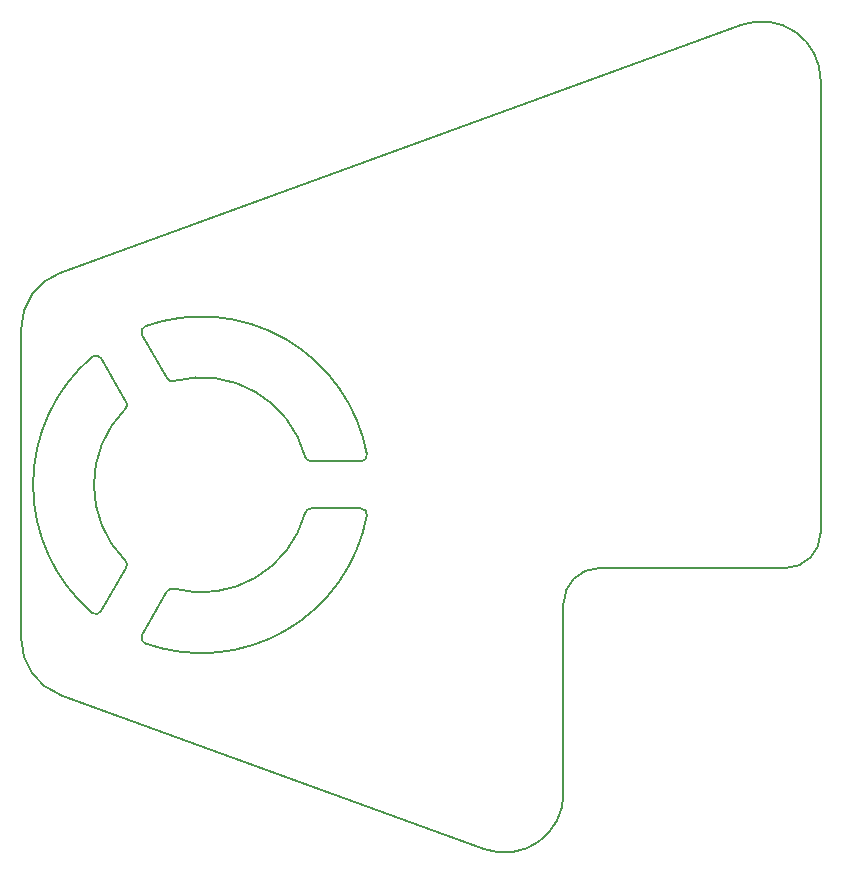
<source format=gm1>
G04 #@! TF.GenerationSoftware,KiCad,Pcbnew,7.0.1*
G04 #@! TF.CreationDate,2023-09-20T22:51:37-04:00*
G04 #@! TF.ProjectId,kirigami_pcb,6b697269-6761-46d6-995f-7063622e6b69,rev?*
G04 #@! TF.SameCoordinates,Original*
G04 #@! TF.FileFunction,Profile,NP*
%FSLAX46Y46*%
G04 Gerber Fmt 4.6, Leading zero omitted, Abs format (unit mm)*
G04 Created by KiCad (PCBNEW 7.0.1) date 2023-09-20 22:51:37*
%MOMM*%
%LPD*%
G01*
G04 APERTURE LIST*
G04 #@! TA.AperFunction,Profile*
%ADD10C,0.200000*%
G04 #@! TD*
G04 APERTURE END LIST*
D10*
X171343441Y-75340857D02*
G75*
G03*
X172101011Y-75210523I324559J380357D01*
G01*
X178252763Y-73294961D02*
G75*
G03*
X189379487Y-66870943I2340707J8793811D01*
G01*
X204539900Y-95342163D02*
G75*
G03*
X211250000Y-90643704I1710100J4698463D01*
G01*
X189862236Y-66501149D02*
G75*
G03*
X189379489Y-66870943I-36J-499951D01*
G01*
X189379555Y-62131342D02*
G75*
G03*
X178252763Y-55707342I-8786055J-2369858D01*
G01*
X175565113Y-77210523D02*
X177691140Y-73528137D01*
X174148162Y-58077133D02*
G75*
G03*
X174148163Y-70925169I6445308J-6424017D01*
G01*
X175831023Y-77931772D02*
G75*
G03*
X194605953Y-67092060I4762447J13430622D01*
G01*
X204539899Y-95342167D02*
X168628944Y-82271648D01*
X178252781Y-73294893D02*
G75*
G03*
X177691140Y-73528137I-128581J-483207D01*
G01*
X165339045Y-77573185D02*
X165339045Y-51255714D01*
X230023094Y-71556634D02*
X214250000Y-71556634D01*
X194114288Y-62501151D02*
X189862236Y-62501151D01*
X172101012Y-53791780D02*
X174227038Y-57474166D01*
X211250000Y-74556634D02*
X211250000Y-90643704D01*
X214250000Y-71556600D02*
G75*
G03*
X211250000Y-74556634I0J-3000000D01*
G01*
X165339030Y-77573185D02*
G75*
G03*
X168628944Y-82271648I4999970J-15D01*
G01*
X177691140Y-55474166D02*
X175565113Y-51791780D01*
X168628950Y-46557266D02*
G75*
G03*
X165339045Y-51255714I1710050J-4698434D01*
G01*
X233023072Y-30260446D02*
X233023072Y-68545106D01*
X172101018Y-53791777D02*
G75*
G03*
X171343436Y-53661439I-433018J-250023D01*
G01*
X174227038Y-71528137D02*
X172101012Y-75210523D01*
X194114288Y-62501197D02*
G75*
G03*
X194605954Y-61910242I12J499997D01*
G01*
X175565073Y-77210500D02*
G75*
G03*
X175831023Y-77931772I433027J-250000D01*
G01*
X174226995Y-71528112D02*
G75*
G03*
X174148162Y-70925170I-432995J250012D01*
G01*
X168628944Y-46557251D02*
X226312971Y-25561983D01*
X233023066Y-30260446D02*
G75*
G03*
X226312971Y-25561983I-4999966J46D01*
G01*
X189862236Y-66501151D02*
X194114288Y-66501151D01*
X194605952Y-61910242D02*
G75*
G03*
X175831023Y-51070530I-14012482J-2590908D01*
G01*
X175831037Y-51070571D02*
G75*
G03*
X175565114Y-51791780I167063J-471229D01*
G01*
X171343435Y-53661438D02*
G75*
G03*
X171343436Y-75340863I9250035J-10839712D01*
G01*
X230023094Y-71556594D02*
G75*
G03*
X233023072Y-68545106I6J2999994D01*
G01*
X177691201Y-55474131D02*
G75*
G03*
X178252763Y-55707341I432999J249931D01*
G01*
X194606023Y-67092073D02*
G75*
G03*
X194114288Y-66501151I-491723J90873D01*
G01*
X189379489Y-62131360D02*
G75*
G03*
X189862236Y-62501151I482711J130160D01*
G01*
X174148194Y-58077165D02*
G75*
G03*
X174227037Y-57474166I-354194J352965D01*
G01*
M02*

</source>
